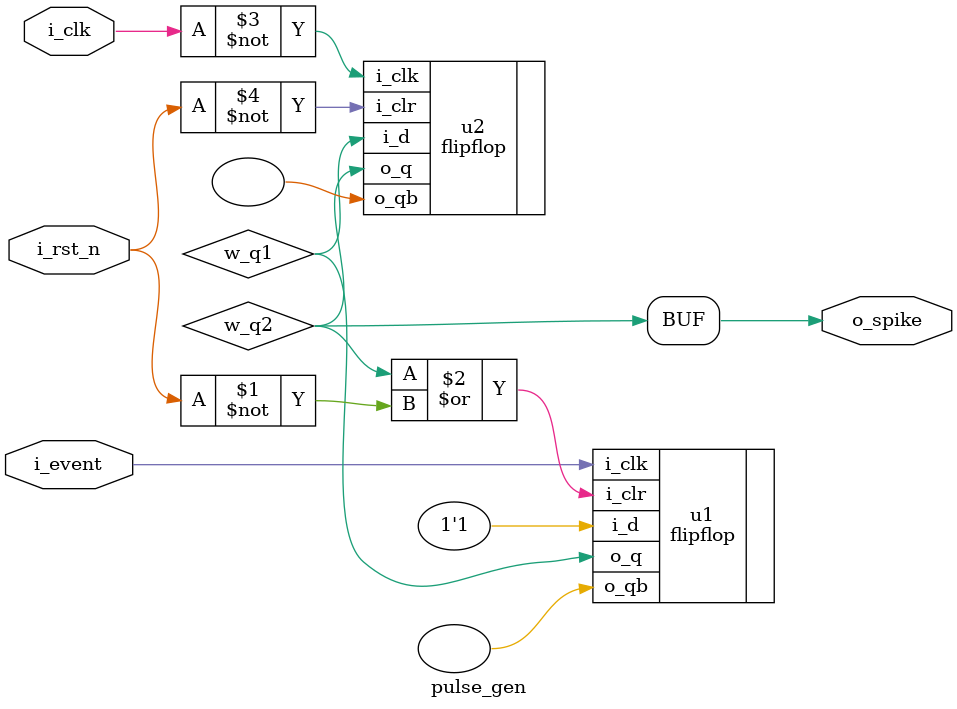
<source format=v>
module pulse_gen(
input      i_event,
input      i_clk,
input      i_rst_n,
output     o_spike
);

wire   w_q2, w_q1;
assign o_spike = w_q2; 

flipflop u1
( 
	.i_d(1'b1),
	.i_clk(i_event),
	.i_clr(w_q2 | ~i_rst_n),
	.o_q(w_q1),
	.o_qb()
);

flipflop u2
( 
	.i_d(w_q1),
	.i_clk(~i_clk),
	.i_clr(~i_rst_n),
	.o_q(w_q2),
	.o_qb()//o_spike)
);

endmodule

</source>
